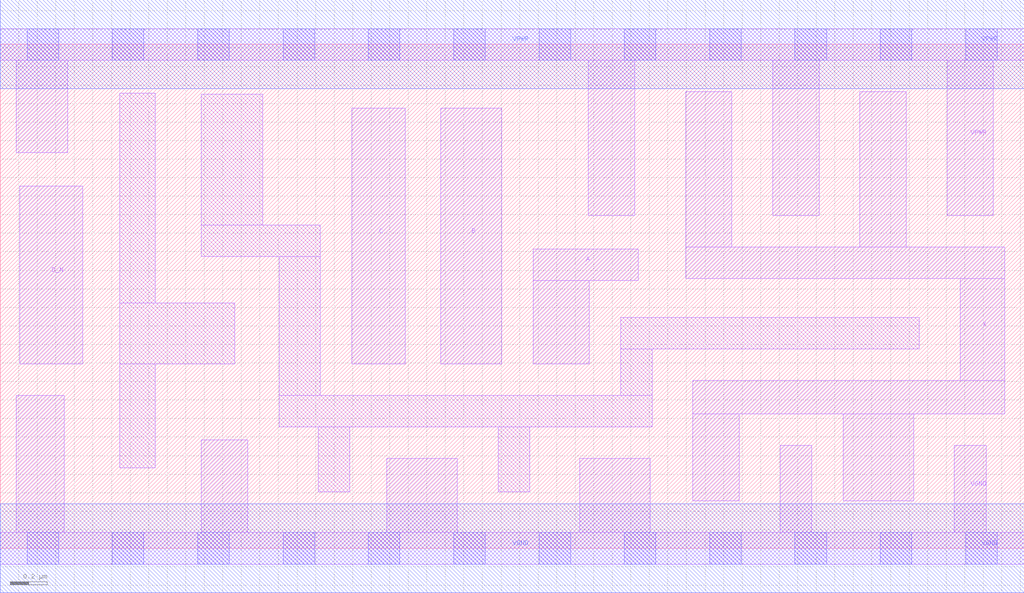
<source format=lef>
# Copyright 2020 The SkyWater PDK Authors
#
# Licensed under the Apache License, Version 2.0 (the "License");
# you may not use this file except in compliance with the License.
# You may obtain a copy of the License at
#
#     https://www.apache.org/licenses/LICENSE-2.0
#
# Unless required by applicable law or agreed to in writing, software
# distributed under the License is distributed on an "AS IS" BASIS,
# WITHOUT WARRANTIES OR CONDITIONS OF ANY KIND, either express or implied.
# See the License for the specific language governing permissions and
# limitations under the License.
#
# SPDX-License-Identifier: Apache-2.0

VERSION 5.7 ;
  NAMESCASESENSITIVE ON ;
  NOWIREEXTENSIONATPIN ON ;
  DIVIDERCHAR "/" ;
  BUSBITCHARS "[]" ;
UNITS
  DATABASE MICRONS 200 ;
END UNITS
PROPERTYDEFINITIONS
  MACRO maskLayoutSubType STRING ;
  MACRO prCellType STRING ;
  MACRO originalViewName STRING ;
END PROPERTYDEFINITIONS
MACRO sky130_fd_sc_hdll__or4b_4
  CLASS CORE ;
  FOREIGN sky130_fd_sc_hdll__or4b_4 ;
  ORIGIN  0.000000  0.000000 ;
  SIZE  5.520000 BY  2.720000 ;
  SYMMETRY X Y R90 ;
  SITE unithd ;
  PIN A
    ANTENNAGATEAREA  0.277500 ;
    DIRECTION INPUT ;
    USE SIGNAL ;
    PORT
      LAYER li1 ;
        RECT 2.875000 0.995000 3.175000 1.445000 ;
        RECT 2.875000 1.445000 3.440000 1.615000 ;
    END
  END A
  PIN B
    ANTENNAGATEAREA  0.277500 ;
    DIRECTION INPUT ;
    USE SIGNAL ;
    PORT
      LAYER li1 ;
        RECT 2.375000 0.995000 2.705000 2.375000 ;
    END
  END B
  PIN C
    ANTENNAGATEAREA  0.277500 ;
    DIRECTION INPUT ;
    USE SIGNAL ;
    PORT
      LAYER li1 ;
        RECT 1.895000 0.995000 2.185000 2.375000 ;
    END
  END C
  PIN D_N
    ANTENNAGATEAREA  0.138600 ;
    DIRECTION INPUT ;
    USE SIGNAL ;
    PORT
      LAYER li1 ;
        RECT 0.105000 0.995000 0.445000 1.955000 ;
    END
  END D_N
  PIN VGND
    ANTENNADIFFAREA  1.202300 ;
    DIRECTION INOUT ;
    USE SIGNAL ;
    PORT
      LAYER li1 ;
        RECT 0.000000 -0.085000 5.520000 0.085000 ;
        RECT 0.085000  0.085000 0.345000 0.825000 ;
        RECT 1.085000  0.085000 1.335000 0.585000 ;
        RECT 2.085000  0.085000 2.465000 0.485000 ;
        RECT 3.125000  0.085000 3.505000 0.485000 ;
        RECT 4.205000  0.085000 4.375000 0.555000 ;
        RECT 5.145000  0.085000 5.315000 0.555000 ;
      LAYER mcon ;
        RECT 0.145000 -0.085000 0.315000 0.085000 ;
        RECT 0.605000 -0.085000 0.775000 0.085000 ;
        RECT 1.065000 -0.085000 1.235000 0.085000 ;
        RECT 1.525000 -0.085000 1.695000 0.085000 ;
        RECT 1.985000 -0.085000 2.155000 0.085000 ;
        RECT 2.445000 -0.085000 2.615000 0.085000 ;
        RECT 2.905000 -0.085000 3.075000 0.085000 ;
        RECT 3.365000 -0.085000 3.535000 0.085000 ;
        RECT 3.825000 -0.085000 3.995000 0.085000 ;
        RECT 4.285000 -0.085000 4.455000 0.085000 ;
        RECT 4.745000 -0.085000 4.915000 0.085000 ;
        RECT 5.205000 -0.085000 5.375000 0.085000 ;
      LAYER met1 ;
        RECT 0.000000 -0.240000 5.520000 0.240000 ;
    END
  END VGND
  PIN VPWR
    ANTENNADIFFAREA  1.073400 ;
    DIRECTION INOUT ;
    USE SIGNAL ;
    PORT
      LAYER li1 ;
        RECT 0.000000 2.635000 5.520000 2.805000 ;
        RECT 0.085000 2.135000 0.365000 2.635000 ;
        RECT 3.170000 1.795000 3.420000 2.635000 ;
        RECT 4.165000 1.795000 4.415000 2.635000 ;
        RECT 5.105000 1.795000 5.355000 2.635000 ;
      LAYER mcon ;
        RECT 0.145000 2.635000 0.315000 2.805000 ;
        RECT 0.605000 2.635000 0.775000 2.805000 ;
        RECT 1.065000 2.635000 1.235000 2.805000 ;
        RECT 1.525000 2.635000 1.695000 2.805000 ;
        RECT 1.985000 2.635000 2.155000 2.805000 ;
        RECT 2.445000 2.635000 2.615000 2.805000 ;
        RECT 2.905000 2.635000 3.075000 2.805000 ;
        RECT 3.365000 2.635000 3.535000 2.805000 ;
        RECT 3.825000 2.635000 3.995000 2.805000 ;
        RECT 4.285000 2.635000 4.455000 2.805000 ;
        RECT 4.745000 2.635000 4.915000 2.805000 ;
        RECT 5.205000 2.635000 5.375000 2.805000 ;
      LAYER met1 ;
        RECT 0.000000 2.480000 5.520000 2.960000 ;
    END
  END VPWR
  PIN X
    ANTENNADIFFAREA  1.028500 ;
    DIRECTION OUTPUT ;
    USE SIGNAL ;
    PORT
      LAYER li1 ;
        RECT 3.695000 1.455000 5.415000 1.625000 ;
        RECT 3.695000 1.625000 3.945000 2.465000 ;
        RECT 3.735000 0.255000 3.985000 0.725000 ;
        RECT 3.735000 0.725000 5.415000 0.905000 ;
        RECT 4.545000 0.255000 4.925000 0.725000 ;
        RECT 4.635000 1.625000 4.885000 2.465000 ;
        RECT 5.175000 0.905000 5.415000 1.455000 ;
    END
  END X
  OBS
    LAYER li1 ;
      RECT 0.645000 0.435000 0.835000 0.995000 ;
      RECT 0.645000 0.995000 1.265000 1.325000 ;
      RECT 0.645000 1.325000 0.835000 2.455000 ;
      RECT 1.085000 1.575000 1.725000 1.745000 ;
      RECT 1.085000 1.745000 1.415000 2.450000 ;
      RECT 1.505000 0.655000 3.515000 0.825000 ;
      RECT 1.505000 0.825000 1.725000 1.575000 ;
      RECT 1.715000 0.305000 1.885000 0.655000 ;
      RECT 2.685000 0.305000 2.855000 0.655000 ;
      RECT 3.345000 0.825000 3.515000 1.075000 ;
      RECT 3.345000 1.075000 4.955000 1.245000 ;
  END
  PROPERTY maskLayoutSubType "abstract" ;
  PROPERTY prCellType "standard" ;
  PROPERTY originalViewName "layout" ;
END sky130_fd_sc_hdll__or4b_4

</source>
